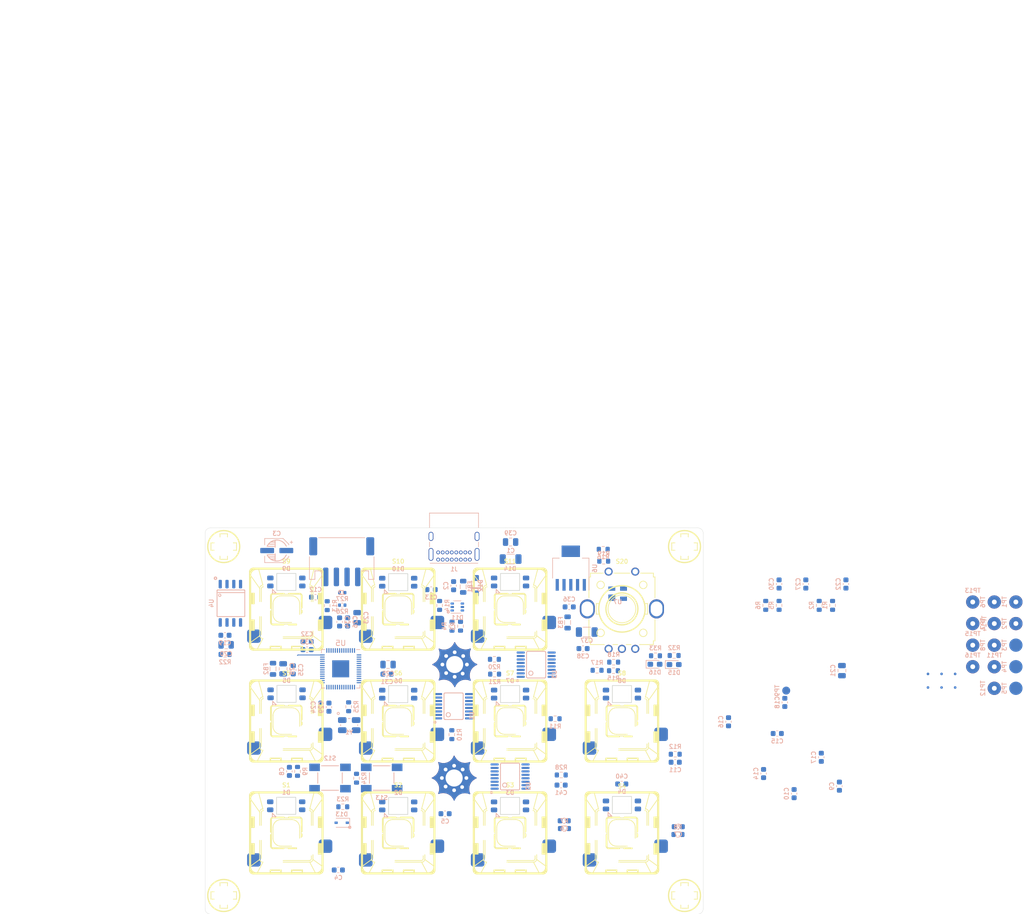
<source format=kicad_pcb>
(kicad_pcb (version 20221018) (generator pcbnew)
  (title_block (title "PCBA") (date "2022-02-23") (rev "1.0") (company "Kallio Designs Oy") (comment 1 "Teemu Latonen") (comment 2 "ASSEMBLY_PN") (comment 3 "PCB_PN"))
  (layers (0 "F.Cu" signal) (31 "B.Cu" signal) (34 "B.Paste" user) (35 "F.Paste" user) (36 "B.SilkS" user "B.Silkscreen") (37 "F.SilkS" user "F.Silkscreen") (38 "B.Mask" user) (39 "F.Mask" user) (44 "Edge.Cuts" user))
  (net 0 "")
  (net 1 "/Main/Neopixel LEDs/NEOPIXEL_VDD")
  (net 2 "GND")
  (net 3 "+3V3")
  (net 4 "/Main/USB Connector/USB_D_N")
  (net 5 "/Main/USB Connector/USB_D_P")
  (net 6 "+3.3V")
  (net 7 "/Main/Microcontroller/1V2")
  (net 8 "PERIP_~{RESET}")
  (net 9 "/Main/Microcontroller/USB_MCU_D_P")
  (net 10 "/Main/Microcontroller/USB_MCU_D_N")
  (net 11 "/Main/Microcontroller/~{RESET}")
  (net 12 "/Main/Microcontroller/SCL")
  (net 13 "/Main/Microcontroller/SDA")
  (net 14 "Net-(R10-Pad1)")
  (net 15 "/Main/Microcontroller/TP10")
  (net 16 "/Main/Connectors/SDA")
  (net 17 "/Main/Connectors/SCL")
  (net 18 "/Main/Microcontroller/USBBOOT")
  (net 19 "/Main/USB Connector/CC2")
  (net 20 "/Main/USB Connector/CC1")
  (net 21 "/Main/Buttons/Button5")
  (net 22 "Net-(D10-DIN)")
  (net 23 "Net-(U2-I5)")
  (net 24 "/Main/Buttons/Button1")
  (net 25 "/Main/Memory/DATA3")
  (net 26 "/Main/Memory/CLK")
  (net 27 "/Main/Memory/DATA0")
  (net 28 "/Main/Memory/DATA2")
  (net 29 "/Main/Memory/DATA1")
  (net 30 "/Main/Memory/~{CS}_MEMORY")
  (net 31 "/Main/Buttons/Button2")
  (net 32 "/Main/Buttons/Button3")
  (net 33 "/Main/Buttons/Button4")
  (net 34 "/Main/Microcontroller/SPI_MOSI")
  (net 35 "/Main/Microcontroller/SPI_MISO")
  (net 36 "/Main/Microcontroller/UART_RX")
  (net 37 "/Main/Microcontroller/SPI_CLK")
  (net 38 "/Main/Microcontroller/UART_TX")
  (net 39 "/Main/Microcontroller/I2C1_SDA")
  (net 40 "/Main/Microcontroller/I2C1_SCL")
  (net 41 "/Main/Microcontroller/ENC_A")
  (net 42 "/Main/Microcontroller/ENC_B")
  (net 45 "/Main/Microcontroller/NEOPIX_DRIVE")
  (net 46 "/Main/Microcontroller/GPIO12")
  (net 47 "/Main/Buttons/Button6")
  (net 48 "/Main/Buttons/Button7")
  (net 49 "/Main/Buttons/Button8")
  (net 50 "/Main/Microcontroller/GPIO10")
  (net 51 "/Main/Microcontroller/GPIO11")
  (net 52 "Net-(U1-I1)")
  (net 53 "Net-(U1-I2)")
  (net 54 "Net-(U1-I3)")
  (net 55 "Net-(U1-I4)")
  (net 56 "Net-(U1-I5)")
  (net 57 "Net-(U1-I6)")
  (net 58 "Net-(U2-I1)")
  (net 59 "Net-(U2-I2)")
  (net 60 "Net-(U2-I3)")
  (net 61 "Net-(U2-I4)")
  (net 62 "Net-(U3-I2)")
  (net 63 "Net-(U3-I3)")
  (net 64 "Net-(U3-I1)")
  (net 65 "Net-(U5-ADC_AVDD)")
  (net 66 "Net-(U5-XIN)")
  (net 67 "Net-(C30-Pad1)")
  (net 68 "Net-(U6-VO)")
  (net 69 "Net-(R5-Pad1)")
  (net 70 "Net-(R6-Pad1)")
  (net 71 "Net-(R7-Pad1)")
  (net 72 "Net-(R8-Pad1)")
  (net 73 "Net-(R9-Pad1)")
  (net 74 "Net-(R11-Pad1)")
  (net 75 "Net-(R12-Pad1)")
  (net 76 "Net-(R13-Pad1)")
  (net 77 "Net-(R14-Pad1)")
  (net 78 "Net-(R15-Pad2)")
  (net 79 "Net-(R16-Pad2)")
  (net 80 "Net-(R17-Pad2)")
  (net 81 "Net-(U3-E1)")
  (net 82 "Net-(U5-XOUT)")
  (net 87 "/Main/Buttons/Button9")
  (net 88 "Net-(R28-Pad1)")
  (net 101 "/Main/Buttons/Button10")
  (net 102 "/Main/Buttons/Button11")
  (net 103 "/Main/Microcontroller/GPIO0")
  (net 104 "Net-(D1-DOUT)")
  (net 105 "Net-(D2-DOUT)")
  (net 106 "Net-(D3-DOUT)")
  (net 107 "Net-(D4-DOUT)")
  (net 108 "Net-(D5-DOUT)")
  (net 109 "Net-(D6-DOUT)")
  (net 110 "Net-(D7-DOUT)")
  (net 111 "Net-(D8-DOUT)")
  (net 114 "Net-(D11-V+)")
  (net 115 "Net-(D12-K)")
  (net 116 "Net-(D13-K)")
  (net 117 "Net-(D15-K)")
  (net 118 "Net-(D15-A)")
  (net 119 "Net-(D16-A)")
  (net 120 "Net-(D10-DOUT)")
  (footprint "KD_Mechanical_Mounting_Hole:PTH_3.2mm_M3_clearance_B" (layer "F.Cu") (at 89.4 150.2)
    (fp_text reference "H5" hide)
    (fp_text value "PTH 3.2 M3 Clearance" hide)
  )
  (footprint "KD_Switch:SWITCH_BUTTON_Kailh_mx_socket" (layer "F.Cu") (at 99.9 160.5 -90)
    (fp_text reference "S3")
    (fp_text value "4954" hide)
  )
  (footprint "KD_Mechanical_Mounting_Hole:PTH_3.2mm_M3_clearance_B" (layer "F.Cu") (at 89.5 128.9)
    (fp_text reference "H6" hide)
    (fp_text value "PTH 3.2 M3 Clearance" hide)
  )
  (footprint "KD_Switch:SWITCH_BUTTON_Kailh_mx_socket" (layer "F.Cu") (at 99.9 139.5 -90)
    (fp_text reference "S7")
    (fp_text value "4954" hide)
  )
  (footprint "KD_Switch:SWITCH_BUTTON_Kailh_mx_socket" (layer "F.Cu") (at 57.9 139.5 -90)
    (fp_text reference "S5")
    (fp_text value "4954" hide)
  )
  (footprint "KD_Switch:SWITCH_BUTTON_Kailh_mx_socket" (layer "F.Cu") (at 57.9 160.5 -90)
    (fp_text reference "S1")
    (fp_text value "4954" hide)
  )
  (footprint "KD_Switch:SWITCH_BUTTON_Kailh_mx_socket" (layer "F.Cu") (at 78.9 118.5 -90)
    (fp_text reference "S10")
    (fp_text value "4954" hide)
  )
  (footprint "KD_Mechanical_Mounting_Hole:NPTH_3.2mm_M3_clearance" (layer "F.Cu") (at 46.15 106.75)
    (fp_text reference "H1" hide)
    (fp_text value "NPTH 3.2 M3 Clearance" hide)
  )
  (footprint "KD_Switch:SWITCH_BUTTON_Kailh_mx_socket" (layer "F.Cu") (at 120.9 160.5 -90)
    (fp_text reference "S4")
    (fp_text value "4954" hide)
  )
  (footprint "KD_Switch:SWITCH_BUTTON_Kailh_mx_socket" (layer "F.Cu") (at 99.9 118.5 -90)
    (fp_text reference "S11")
    (fp_text value "4954" hide)
  )
  (footprint "KD_Switch:SWITCH_BUTTON_Kailh_mx_socket" (layer "F.Cu") (at 78.9 139.5 -90)
    (fp_text reference "S6")
    (fp_text value "4954" hide)
  )
  (footprint "KD_Switch:SWITCH_BUTTON_Kailh_mx_socket" (layer "F.Cu") (at 120.9 139.5 -90)
    (fp_text reference "S8")
    (fp_text value "4954" hide)
  )
  (footprint "KD_Mechanical_Mounting_Hole:NPTH_3.2mm_M3_clearance" (layer "F.Cu") (at 46.15 172.25)
    (fp_text reference "H4" hide)
    (fp_text value "NPTH 3.2 M3 Clearance" hide)
  )
  (footprint "KD_Mechanical_Mounting_Hole:NPTH_3.2mm_M3_clearance" (layer "F.Cu") (at 132.65 106.75)
    (fp_text reference "H3" hide)
    (fp_text value "NPTH 3.2 M3 Clearance" hide)
  )
  (footprint "KD_Switch:SWITCH_BUTTON_Kailh_mx_socket" (layer "F.Cu") (at 78.9 160.5 -90)
    (fp_text reference "S2")
    (fp_text value "4954" hide)
  )
  (footprint "KD_Mechanical_Mounting_Hole:NPTH_3.2mm_M3_clearance" (layer "F.Cu") (at 132.65 172.25)
    (fp_text reference "H2" hide)
    (fp_text value "NPTH 3.2 M3 Clearance" hide)
  )
  (footprint "KD_Switch:SWITCH_BUTTON_Kailh_mx_socket" (layer "F.Cu") (at 57.9 118.5 -90)
    (fp_text reference "S9")
    (fp_text value "4954" hide)
  )
  (footprint "KD_Switch:RotaryEncoder_Bourns_Vertical_PEC11R-4x15f-Sxxxx" (layer "F.Cu") (at 120.9 118.45)
    (fp_text reference "S20")
    (fp_text value "symbol_template" hide)
  )
  (footprint "KD_Capacitor:CAPC1608X90N" (layer "B.Cu") (at 113.6 125.9)
    (fp_text reference "C38")
    (fp_text value "100n" hide)
  )
  (footprint "KD_Connector_Pads:TestPoint_Pad_D2.5mm_H0.9mm" (layer "B.Cu") (at 194.852798 117.16 -90)
    (fp_text reference "TP1")
    (fp_text value "TP D2.5 mm H0.9mm" hide)
  )
  (footprint "KD_Connector_Pads:TestPoint_Pad_D2.5mm_H0.9mm" (layer "B.Cu") (at 190.802798 129.31 180)
    (fp_text reference "TP11")
    (fp_text value "TP D2.5 mm H0.9mm" hide)
  )
  (footprint "KD_Capacitor:CAPC1608X90N" (layer "B.Cu") (at 76.8 130.7)
    (property "Value" "100n")
    (fp_text reference "C31")
    (fp_text value "100n" hide)
  )
  (footprint "KD_Package_SO:SOP65P600X150-16N" (layer "B.Cu") (at 99.9 149.925 90)
    (fp_text reference "U2")
    (fp_text value "SN74HCS365PWR" hide)
  )
  (footprint "KD_Package_TO_SOT_SMD:SOT127P700X180-6N" (layer "B.Cu") (at 111.3 110.8 90)
    (fp_text reference "U6")
    (fp_text value "MCP1825T-3302E/DC" hide)
  )
  (footprint "KD_Resistor:RESC1608X55N" (layer "B.Cu") (at 90.6 121.7 -90)
    (fp_text reference "R3")
    (fp_text value "R_0603_10_5%" hide)
  )
  (footprint "KD_Resistor:RESC1608X55N" (layer "B.Cu") (at 108.358281 139.07086)
    (fp_text reference "R11")
    (fp_text value "1k" hide)
  )
  (footprint "KD_Connector_Pads:TestPoint_Pad_D2.5mm_H0.9mm" (layer "B.Cu") (at 190.802798 133.36 -90)
    (fp_text reference "TP12")
    (fp_text value "TP D2.5 mm H0.9mm" hide)
  )
  (footprint "KD_Connector_Pads:TestPoint_Pad_D2.5mm_H0.9mm" (layer "B.Cu") (at 190.802798 117.16 -90)
    (fp_text reference "TP6")
    (fp_text value "TP D2.5 mm H0.9mm" hide)
  )
  (footprint "KD_Resistor:RESC1608X55N" (layer "B.Cu") (at 130.904933 145.732429 180)
    (fp_text reference "R12")
    (fp_text value "1k" hide)
  )
  (footprint "KD_Diode:LEDM_NEO3535_REVERSE_SK6812-E" (layer "B.Cu") (at 99.9 134.4425)
    (fp_text reference "D7")
    (fp_text value "Neopixel Reverse" hide)
    (fp_rect (start -1.8 1.6) (end 1.8 -1.6) (stroke (width 0.12)) (fill none) (layer "Edge.Cuts"))
  )
  (footprint "KD_Diode:LEDM1608X70M" (layer "B.Cu") (at 130.7 128.9)
    (fp_text reference "D15")
    (fp_text value "Red" hide)
  )
  (footprint "KD_Resistor:RESC1608X55N" (layer "B.Cu") (at 86.67086 117.80248 90)
    (fp_text reference "R14")
    (fp_text value "1k" hide)
  )
  (footprint "KD_Capacitor:CAPC1608X90N" (layer "B.Cu") (at 120.867283 151.320715 180)
    (property "Value" "100n")
    (fp_text reference "C40")
    (fp_text value "100n" hide)
  )
  (footprint "KD_Resistor:RESC1608X55N" (layer "B.Cu") (at 157.93 117.79 -90)
    (fp_text reference "R2")
    (fp_text value "R_0603_5100_1%" hide)
  )
  (footprint "KD_Connector_Pads:TestPoint_Pad_D2.5mm_H0.9mm" (layer "B.Cu") (at 186.752798 125.26 180)
    (fp_text reference "TP15")
    (fp_text value "TP D2.5 mm H0.9mm" hide)
  )
  (footprint "KD_Capacitor:CAPC1608X90N" (layer "B.Cu") (at 61.8 126.1 180)
    (property "Value" "100n")
    (fp_text reference "C33")
    (fp_text value "100n" hide)
  )
  (footprint "KD_Capacitor:CAPC1608X90N" (layer "B.Cu") (at 59.2 129.9 90)
    (property "Value" "100n")
    (fp_text reference "C35")
    (fp_text value "100n" hide)
  )
  (footprint "KD_Diode:LEDM1608X70M" (layer "B.Cu") (at 127.105714 128.849856)
    (fp_text reference "D16")
    (fp_text value "Green" hide)
  )
  (footprint "KD_Capacitor:CAPC1608X90N" (layer "B.Cu") (at 161.724407 151.730517 -90)
    (fp_text reference "C9")
    (fp_text value "10n" hide)
  )
  (footprint "KD_Resistor:RESC1608X55N" (layer "B.Cu") (at 150.4 117.79 -90)
    (fp_text reference "R5")
    (fp_text value "1k" hide)
  )
  (footprint "KD_Diode:LEDM_NEO3535_REVERSE_SK6812-E" (layer "B.Cu") (at 57.873849 155.414764)
    (fp_text reference "D1")
    (fp_text value "Neopixel Reverse" hide)
    (fp_rect (start -1.8 1.6) (end 1.8 -1.6) (stroke (width 0.12)) (fill none) (layer "Edge.Cuts"))
  )
  (footprint "KD_Resistor:RESC1608X55N" (layer "B.Cu") (at 46.4 127)
    (fp_text reference "R22")
    (fp_text value "10k" hide)
  )
  (footprint "KD_Capacitor:CAPC1608X90N" (layer "B.Cu") (at 155.42 113.78 -90)
    (fp_text reference "C27")
    (fp_text value "27p" hide)
  )
  (footprint "KD_Connector_Pads:TestPoint_Pad_D2.5mm" (layer "B.Cu") (at 194.852798 129.31 -90)
    (property "Value" "TestPoint_2.5mm_Round")
    (fp_text reference "TP4")
    (fp_text value "TestPoint_2.5mm_Round" hide)
  )
  (footprint "KD_Connector_Rectangular:JST_PH_S4B-PH-SM4-TB_1x04-1MP_P2.00mm_Horizontal" (layer "B.Cu") (at 68.3 109.6)
    (fp_text reference "J2")
    (fp_text value "BM04B-SRSS-TB" hide)
  )
  (footprint "KD_Mechanical:Fiducial_0.5mm_Mask1mm" (layer "B.Cu") (at 180.902798 130.66 180)
    (fp_text reference "FD3" hide)
    (fp_text value "Fiducial_0.5mm" hide)
  )
  (footprint "KD_Capacitor:CAPC1608X90N" (layer "B.Cu") (at 130.901479 147.239581)
    (fp_text reference "C11")
    (fp_text value "10n" hide)
  )
  (footprint "KD_Package_SO:SOP65P600X150-16N" (layer "B.Cu") (at 89.3 136.725 90)
    (fp_text reference "U1")
    (fp_text value "SN74HCS365PWR" hide)
  )
  (footprint "KD_Oscillator:OSCCC320X250X70_M" (layer "B.Cu") (at 69.7 140.275315)
    (fp_text reference "Y1")
    (fp_text value "12 MHz" hide)
  )
  (footprint "KD_Capacitor:CAPC1608X90N" (layer "B.Cu") (at 158.325347 146.307513 -90)
    (property "Value" "C_0603_100n_X7R_50V")
    (fp_text reference "C17")
    (fp_text value "C_0603_100n_X7R_50V" hide)
  )
  (footprint "KD_Connector_Pads:TestPoint_Pad_D2.5mm_H0.9mm" (layer "B.Cu") (at 190.802798 121.21 -90)
    (fp_text reference "TP7")
    (fp_text value "TP D2.5 mm H0.9mm" hide)
  )
  (footprint "KD_Diode:LEDM_NEO3535_REVERSE_SK6812-E" (layer "B.Cu") (at 99.890556 155.437768)
    (fp_text reference "D3")
    (fp_text value "Neopixel Reverse" hide)
    (fp_rect (start -1.8 1.6) (end 1.8 -1.6) (stroke (width 0.12)) (fill none) (layer "Edge.Cuts"))
  )
  (footprint "KD_Mechanical:Fiducial_0.5mm_Mask1mm" (layer "B.Cu") (at 183.452798 133.21 180)
    (fp_text reference "FD2" hide)
    (fp_text value "Fiducial_0.5mm" hide)
  )
  (footprint "KD_Resistor:RESC1608X55N" (layer "B.Cu") (at 147.89 117.79 -90)
    (fp_text reference "R6")
    (fp_text value "1k" hide)
  )
  (footprint "KD_Resistor:RESC1608X55N" (layer "B.Cu") (at 109.506987 149.630291 180)
    (fp_text reference "R28")
    (fp_text value "1k" hide)
  )
  (footprint "KD_Connector_USB_HDMI_Etc:USB_C_Receptacle_GCT_USB4085" (layer "B.Cu") (at 86.405 109.2)
    (fp_text reference "J1")
    (fp_text value "USB Mini B" hide)
  )
  (footprint "KD_Inductor:INDC2016X100N" (layer "B.Cu") (at 91.1 114.3 90)
    (fp_text reference "FB1")
    (fp_text value "Ferrite_500mA_TDK_MMZ2012Y152BT000" hide)
  )
  (footprint "KD_Capacitor:CAPC1608X90N" (layer "B.Cu") (at 85.09106 114.83243)
    (fp_text reference "C13")
    (fp_text value "10n" hide)
  )
  (footprint "KD_Mechanical:Fiducial_0.5mm_Mask1mm" (layer "B.Cu") (at 180.902798 133.21 180)
    (fp_text reference "FD4" hide)
    (fp_text value "Fiducial_0.5mm" hide)
  )
  (footprint "KD_Diode:DIOC360X180X150_SOD123" (layer "B.Cu") (at 93.5 114.1 90)
    (fp_text reference "D12")
    (fp_text value "Schottky_30V_1A_PMEG3010ER_115" hide)
  )
  (footprint "KD_Resistor:RESC1608X55N_DNP" (layer "B.Cu") (at 71.074845 150.238286 90)
    (fp_text reference "R24")
    (fp_text value "R_0603_22k_1%" hide)
  )
  (footprint "KD_Resistor:RESC1608X55N" (layer "B.Cu") (at 116.234135 129.974989 180)
    (fp_text reference "R17")
    (fp_text value "R_0603_1k_1%" hide)
  )
  (footprint "KD_Resistor:RESC1005X40N" (layer "B.Cu") (at 68.4 115.4)
    (fp_text reference "R27")
    (fp_text value "4k7" hide)
  )
  (footprint "KD_Capacitor:CAPC1608X90N" (layer "B.Cu") (at 151.476988 136.008453 -90)
    (property "Value" "C_0603_100n_X7R_50V")
    (fp_text reference "C18")
    (fp_text value "C_0603_100n_X7R_50V" hide)
  )
  (footprint "KD_Connector_Pads:TestPoint_Pad_D2.5mm_H0.9mm" (layer "B.Cu") (at 186.752798 117.16 180)
    (fp_text reference "TP13")
    (fp_text value "TP D2.5 mm H0.9mm" hide)
  )
  (footprint "KD_Diode:LEDM_NEO3535_REVERSE_SK6812-E" (layer "B.Cu") (at 78.9 113.4425)
    (fp_text reference "D10")
    (fp_text value "Neopixel Reverse" hide)
    (fp_rect (start -1.8 1.6) (end 1.8 -1.6) (stroke (width 0.12)) (fill none) (layer "Edge.Cuts"))
  )
  (footprint "KD_Capacitor:CAPC1608X90N" (layer "B.Cu") (at 63.380436 116.249856 180)
    (fp_text reference "C12")
    (fp_text value "10n" hide)
  )
  (footprint "KD_Resistor:RESC1608X55N" (layer "B.Cu") (at 127.198643 127.253051 180)
    (fp_text reference "R33")
    (fp_text value "R_0603_360_1%" hide)
  )
  (footprint "KD_Package_TO_SOT_SMD:SOT-363_SC-70-6" (layer "B.Cu") (at 90 118.1)
    (fp_text reference "D11")
    (fp_text value "TVS_5V5_DRTR5V0U4S-7-M" hide)
  )
  (footprint "KD_Connector_Pads:TestPoint_Pad_D2.5mm_H0.9mm" (layer "B.Cu") (at 190.802798 125.26 -90)
    (fp_text reference "TP8")
    (fp_text value "TP D2.5 mm H0.9mm" hide)
  )
  (footprint "KD_Mechanical:Fiducial_0.5mm_Mask1mm" (layer "B.Cu") (at 183.452798 130.66 180)
    (fp_text reference "FD1" hide)
    (fp_text value "Fiducial_0.5mm" hide)
  )
  (footprint "KD_Diode:D_SOD-323" (layer "B.Cu") (at 68.3 158.6 180)
    (fp_text reference "D13")
    (fp_text value "Schottky_30V_200mA_DCo_BAT54WS" hide)
  )
  (footprint "KD_Resistor:RESC1608X55N" (layer "B.Cu") (at 96.961571 127.917715)
    (fp_text reference "R20")
    (fp_text value "10k" hide)
  )
  (footprint "KD_Capacitor:CAPC2012X135N" (layer "B.Cu") (at 46.6 125.2)
    (fp_text reference "C20")
    (fp_text value "1u" hide)
  )
  (footprint "KD_Resistor:RESC1608X55N" (layer "B.Cu") (at 65.576573 117.845007 90)
    (fp_text reference "R13")
    (fp_text value "1k" hide)
  )
  (footprint "KD_Package_TO_SOT_SMD:SOT-143_TO-253_M" (layer "B.Cu") (at 120.1 115.6 90)
    (fp_text reference "U7")
    (fp_text value "CAT811TTBI-GT3" hide)
  )
  (footprint "KD_Mechanical:Fiducial_0.5mm_Mask1mm" (layer "B.Cu") (at 178.352798 130.66 180)
    (fp_text reference "FD5" hide)
    (fp_text value "Fiducial_0.5mm" hide)
  )
  (footprint "KD_Capacitor:CAPC2012X135N" (layer "B.Cu") (at 162.2 130.04 -90)
    (fp_text reference "C21")
    (fp_text value "1u" hide)
  )
  (footprint "KD_Capacitor:CAPC1608X90N" (layer "B.Cu") (at 46.379573 123.404434)
    (property "Value" "100n")
    (fp_text reference "C19")
    (fp_text value "100n" hide)
  )
  (footprint "KD_Capacitor:CAPC1608X90N" (layer "B.Cu") (at 89.3 114.1 -90)
    (fp_text reference "C2")
    (fp_text value "100n" hide)
  )
  (footprint "KD_Capacitor:CAPC1608X90N" (layer "B.Cu") (at 61.8 124.6 180)
    (property "Value" "100n")
    (fp_text reference "C32")
    (fp_text value "100n" hide)
  )
  (footprint "KD_Capacitor:CAPC1608X90N" (layer "B.Cu") (at 150.4 113.78 -90)
    (fp_text reference "C30")
    (fp_text value "27p" hide)
  )
  (footprint "KD_Capacitor:CAPC1608X90N" (layer "B.Cu") (at 111.001274 118.078133 180)
    (property "Value" "100n")
    (fp_text reference "C36")
    (fp_text value "100n" hide)
  )
  (footprint "KD_Inductor:INDC2016X100N" (layer "B.Cu") (at 110.7 121 -90)
    (fp_text reference "FB3")
    (fp_text value "Ferrite_500mA_TDK_MMZ2012Y152BT000" hide)
  )
  (footprint "KD_Diode:LEDM_NEO3535_REVERSE_SK6812-E" (layer "B.Cu") (at 57.9 113.4)
    (fp_text reference "D9")
    (fp_text value "Neopixel Reverse" hide)
    (fp_rect (start -1.8 1.6) (end 1.8 -1.6) (stroke (width 0.12)) (fill none) (layer "Edge.Cuts"))
  )
  (footprint "KD_Connector_Pads:TestPoint_Pad_D2.5mm_H0.9mm" (layer "B.Cu") (at 186.752798 121.21 90)
    (fp_text reference "TP14")
    (fp_text value "TP D2.5 mm H0.9mm" hide)
  )
  (footprint "KD_Diode:LEDM_NEO3535_REVERSE_SK6812-E" (layer "B.Cu") (at 120.9 155.2575)
    (fp_text reference "D4")
    (fp_text value "Neopixel Reverse" hide)
    (fp_rect (start -1.8 1.6) (end 1.8 -1.6) (stroke (width 0.12)) (fill none) (layer "Edge.Cuts"))
  )
  (footprint "KD_Capacitor:CAPC2012X135N" (layer "B.Cu") (at 71.2 120.1 90)
    (fp_text reference "C23")
    (fp_text value "1u" hide)
  )
  (footprint "KD_Connector_Pads:TestPoint_Pad_D1.5mm" (layer "B.Cu") (at 151.74 133.79 -90)
    (fp_text reference "TP9")
    (fp_text value "TestPoint_1.5mm_Round" hide)
  )
  (footprint "KD_Capacitor:CAPC1608X90N" (layer "B.Cu") (at 65.9 136.9 -90)
    (property "Value" "100n")
    (fp_text reference "C29")
    (fp_text value "100n" hide)
  )
  (footprint "KD_Capacitor:CAPC2012X135N" (layer "B.Cu") (at 100 105.9 180)
    (fp_text reference "C39")
    (fp_text value "1u" hide)
  )
  (footprint "KD_Connector_Pads:TestPoint_Pad_D2.5mm_H0.9mm" (layer "B.Cu") (at 194.852798 121.21 -90)
    (fp_text reference "TP2")
    (fp_text value "TP D2.5 mm H0.9mm" hide)
  )
  (footprint "KD_Connector_Pads:TestPoint_Pad_D2.5mm_H0.9mm" (layer "B.Cu") (at 186.752798 129.31 180)
    (fp_text reference "TP16")
    (fp_text value "TP D2.5 mm H0.9mm" hide)
  )
  (footprint "KD_Capacitor:CAPC3216X150N" (layer "B.Cu") (at 100 109.1 180)
    (fp_text reference "C1")
    (fp_text value "10u" hide)
  )
  (footprint "KD_Diode:LEDM_NEO3535_REVERSE_SK6812-E" (layer "B.Cu") (at 120.9 134.4425)
    (fp_text reference "D8")
    (fp_text value "Neopixel Reverse" hide)
    (fp_rect (start -1.8 1.6) (end 1.8 -1.6) (stroke (width 0.12)) (fill none) (layer "Edge.Cuts"))
  )
  (footprint "KD_Capacitor:CAPC1608X90N" (layer "B.Cu") (at 87.7 156.9)
    (fp_text reference "C5")
    (fp_text value "10n" hide)
  )
  (footprint "KD_Diode:LEDM_NEO3535_REVERSE_SK6812-E" (layer "B.Cu") (at 78.9 155.4425)
    (fp_text reference "D2")
    (fp_text value "Neopixel Reverse" hide)
    (fp_rect (start -1.8 1.6) (end 1.8 -1.6) (stroke (width 0.12)) (fill none) (layer "Edge.Cuts"))
  )
  (footprint "KD_Resistor:RESC1608X55N" (layer "B.Cu") (at 119.35 128.45 180)
    (fp_text reference "R18")
    (fp_text value "10k" hide)
  )
  (footprint "KD_Diode:LEDM_NEO3535_REVERSE_SK6812-E" (layer "B.Cu") (at 57.942132 134.4)
    (fp_text reference "D5")
    (fp_text value "Neopixel Reverse" hide)
    (fp_rect (start -1.8 1.6) (end 1.8 -1.6) (stroke (width 0.12)) (fill none) (layer "Edge.Cuts"))
  )
  (footprint "KD_Capacitor:CAPC1608X90N" (layer "B.Cu") (at 162.95 113.78 -90)
    (property "Value" "100n")
    (fp_text reference "C22")
    (fp_text value "100n" hide)
  )
  (footprint "KD_Resistor:RESC1608X55N" (layer "B.Cu") (at 69.594663 136.821811 90)
    (fp_text reference "R25")
    (fp_text value "1k" hide)
  )
  (footprint "KD_Capacitor:CAPC1608X90N" (layer "B.Cu") (at 69.4 120.9 90)
    (property "Value" "100n")
    (fp_text reference "C26")
    (fp_text value "100n" hide)
  )
  (footprint "KD_Resistor:RESC1005X40N" (layer "B.Cu") (at 68.4 117.75)
    (fp_text reference "R26")
    (fp_text value "4k7" hide)
  )
  (footprint "KD_Inductor:INDC2016X100N" (layer "B.Cu") (at 55.4 129.7 -90)
    (fp_text reference "FB2")
    (fp_text value "Ferrite_300mA_Abracon_ACML-0805-102-T" hide)
  )
  (footprint "KD_Capacitor:CAPC2012X135N" (layer "B.Cu") (at 77 128.9)
    (fp_text reference "C25")
    (fp_text value "1u" hide)
  )
  (footprint "KD_Resistor:RESC1608X55N" (layer "B.Cu") (at 60 148.948007 90)
    (fp_text reference "R9")
    (fp_text value "1k" hide)
  )
  (footprint "KD_Resistor:RESC1608X55N" (layer "B.Cu") (at 88.967695 142.062146 90)
    (fp_text reference "R10")
    (fp_text value "1k" hide)
  )
  (footprint "KD_Resistor:RESC1608X55N" (layer "B.Cu") (at 117.483005 109.498705 180)
    (fp_text reference "R19")
    (fp_text value "10k" hide)
  )
  (footprint "KD_Resistor:RESC1608X55N" (layer "B.Cu") (at 68.5 155.6 180)
    (fp_text reference "R23")
    (fp_text value "1k" hide)
  )
  (footprint "KD_Switch:SW_Push_1P1T_NO_Wurth_430181038816" (layer "B.Cu") (at 75.8 150.2)
    (fp_text reference "S13")
    (fp_text value "Button_tactile_45x38_430181038816" hide)
  )
  (footprint "KD_Resistor:RESC1608X55N" (layer "B.Cu") (at 89 121.7 -90)
    (fp_text reference "R4")
    (fp_text value "R_0603_10_5%" hide)
  )
  (footprint "KD_Package_SO:SOIC127P790X195-8N" (layer "B.Cu") (at 47.4 117.4 -90)
    (fp_text reference "U4")
    (fp_text value "W25Q80DVSSIG" hide)
  )
  (footprint "KD_Capacitor:CAPC3216X150N" (layer "B.Cu") (at 114.3 122.8)
    (fp_text reference "C37")
    (fp_text value "10u" hide)
  )
  (footprint "KD_Capacitor:CAPC2012X135N" (layer "B.Cu") (at 57.3 129.7 90)
    (fp_text reference "C28")
    (fp_text value "1u" hide)
  )
  (footprint "KD_Diode:LEDM_NEO3535_REVERSE_SK6812-E" (layer "B.Cu") (at 99.9 113.4)
    (fp_text reference "D14")
    (fp_text value "Neopixel Reverse" hide)
    (fp_rect (start -1.8 1.6) (end 1.8 -1.6) (stroke (width 0.12)) (fill none) (layer "Edge.Cuts"))
  )
  (footprint "KD_Mechanical:Fiducial_0.5mm_Mask1mm" (layer "B.Cu") (at 178.352798 133.21 180)
    (fp_text reference "FD6" hide)
    (fp_text value "Fiducial_0.5mm" hide)
  )
  (footprint "KD_Capacitor:CAPC1608X90N" (layer "B.Cu") (at 150.058199 141.843157)
    (fp_text reference "C15")
    (fp_text value "100n" hide)
  )
  (footprint "KD_Package_SO:SOP65P600X150-16N" (layer "B.Cu") (at 104.8 128.925 90)
    (fp_text reference "U3")
    (fp_text value "SN74HCS365PWR" hide)
  )
  (footprint "KD_Resistor:RESC1608X55N" (layer "B.Cu") (at 130.7 127.2 180)
    (fp_text reference "R32")
    (fp_text value "R_0603_360_1%" hide)
  )
  (footprint "KD_Switch:SW_Push_1P1T_NO_Wurth_430181038816" (layer "B.Cu") (at 66.1 150.2 180)
    (fp_text reference "S12")
    (fp_text value "Button_tactile_45x38_430181038816" hide)
  )
  (footprint "Package_DFN_QFN:QFN-56-1EP_7x7mm_P0.4mm_EP3.2x3.2mm" (layer "B.Cu") (at 68.1 129.7 180)
    (fp_text reference "U5")
    (fp_text value "RP2040")
  )
  (footprint "KD_Resistor:RESC1608X55N" (layer "B.Cu") (at 119.311898 130.054378)
    (fp_text reference "R15")
    (fp_text value "R_0603_1k_1%" hide)
  )
  (footprint "KD_Capacitor:CAPC1608X90N" (layer "B.Cu") (at 67.9 120.9 90)
    (property "Value" "100n")
    (fp_text reference "C34")
    (fp_text value "100n" hide)
  )
  (footprint "KD_Connector_Pads:TestPoint_Pad_D2.5mm" (layer "B.Cu") (at 194.852798 125.26 -90)
    (property "Value" "TestPoint_2.5mm_Round")
    (fp_text reference "TP3")
    (fp_text value "TestPoint_2.5mm_Round" hide)
  )
  (footprint "KD_Capacitor:CAPC1608X90N" (layer "B.Cu") (at 64.4 136.9 -90)
    (property "Value" "100n")
    (fp_text reference "C24")
    (fp_text value "100n" hide)
  )
  (footprint "KD_Capacitor:CAPC1608X90N" (layer "B.Cu") (at 58.478791 148.953884 -90)
    (fp_text reference "C8")
    (fp_text value "10n" hide)
  )
  (footprint "KD_Capacitor:CAPC1608X90N" (layer "B.Cu") (at 67.658199 167.469729)
    (fp_text reference "C4")
    (fp_text value "10n" hide)
  )
  (footprint "KD_Connector_Pads:TestPoint_Pad_D2.5mm" (layer "B.Cu") (at 194.852798 133.36 -90)
    (property "Value" "TestPoint_2.5mm_Round")
    (fp_text reference "TP5")
    (fp_text value "TestPoint_2.5mm_Round" hide)
  )
  (footprint "KD_Capacitor:CAPC1608X90N" (layer "B.Cu") (at 131.473736 159.343527)
    (fp_text reference "C7")
    (fp_text value "10n" hide)
  )
  (footprint "KD_Resistor:RESC1608X55N" (layer "B.Cu") (at 117.388286 107.265455)
    (fp_text reference "R16")
    (fp_text value "R_0603_1k_1%" hide)
  )
  (footprint "KD_Capacitor:CAPC1608X90N" (layer "B.Cu") (at 110.066337 158.231073)
    (fp_text reference "C6")
    (fp_text value "10n" hide)
  )
  (footprint "KD_Resistor:RESC1608X55N" (layer "B.Cu") (at 160.44 117.79 -90)
    (fp_text reference "R1")
    (fp_text value "R_0603_5100_1%" hide)
  )
  (footprint "KD_Capacitor:CAPC1608X90N" (layer "B.Cu") (at 147.490136 149.361975 -90)
    (fp_text reference "C14")
    (fp_text value "100n" hide)
  )
  (footprint "KD_Resistor:RESC1608X55N" (layer "B.Cu") (at 110.106844 159.689293 180)
    (fp_text reference "R7")
    (fp_text value "1k" hide)
  )
  (footprint "KD_Capacitor:CAPAE400x540N" (layer "B.Cu") (at 56.1 107.5 180)
    (fp_text reference "C3")
    (fp_text value "4u7" hide)
  )
  (footprint "KD_Diode:LEDM_NEO3535_REVERSE_SK6812-E" (layer "B.Cu") (at 78.9 134.46138)
    (fp_text reference "D6")
    (fp_text value "Neopixel Reverse" hide)
    (fp_rect (start -1.8 1.6) (end 1.8 -1.6) (stroke (width 0.12)) (fill none) (layer "Edge.Cuts"))
  )
  (footprint "KD_Resistor:RESC1608X55N" (layer "B.Cu") (at 97 130.7)
    (fp_text reference "R21")
    (fp_text value "10k" hide)
  )
  (footprint "KD_Resistor:RESC1608X55N" (layer "B.Cu") (at 131.419709 160.805692 180)
    (fp_text reference "R8")
    (fp_text value "1k" hide)
  )
  (footprint "KD_Capacitor:CAPC1608X90N" (layer "B.Cu") (at 109.482286 151.529429)
    (fp_text reference "C41")
    (fp_text value "10n" hide)
  )
  (footprint "KD_Capacitor:CAPC1608X90N" (layer "B.Cu") (at 140.907976 139.639441 -90)
    (property "Value" "C_0603_100n_X7R_50V")
    (fp_text reference "C16")
    (fp_text value "C_0603_100n_X7R_50V" hide)
  )
  (footprint "KD_Capacitor:CAPC1608X90N" (layer "B.Cu") (at 153.221123 153.132397 -90)
    (fp_text reference "C10")
    (fp_text value "10n" hide)
  )
  (gr_line (start 43.65 175.75) (end 135.15 175.75) (stroke (width 0.05)) (layer "Edge.Cuts"))
  (gr_arc (start 135.15 103.25) (mid 135.857108 103.542893) (end 136.15 104.25) (stroke (width 0.05)) (layer "Edge.Cuts"))
  (gr_line (start 135.15 103.25) (end 43.65 103.25) (stroke (width 0.05)) (layer "Edge.Cuts"))
  (gr_line (start 42.65 104.25) (end 42.65 174.75) (stroke (width 0.05)) (layer "Edge.Cuts"))
  (gr_line (start 136.15 174.75) (end 136.15 104.25) (stroke (width 0.05)) (layer "Edge.Cuts"))
  (gr_arc (start 42.65 104.25) (mid 42.942893 103.542893) (end 43.65 103.25) (stroke (width 0.05)) (layer "Edge.Cuts"))
  (gr_arc (start 43.65 175.75) (mid 42.942893 175.457107) (end 42.65 174.75) (stroke (width 0.05)) (layer "Edge.Cuts"))
  (gr_arc (start 136.15 174.75) (mid 135.857107 175.457106) (end 135.15 175.75) (stroke (width 0.05)) (layer "Edge.Cuts"))
  (segment (start 60.075 127.1) (end 59.975 127.2) (width 0.15) (layer "B.Cu") (net 65))
  (segment (start 64.6625 127.1) (end 60.075 127.1) (width 0.15) (layer "B.Cu") (net 65))
)
</source>
